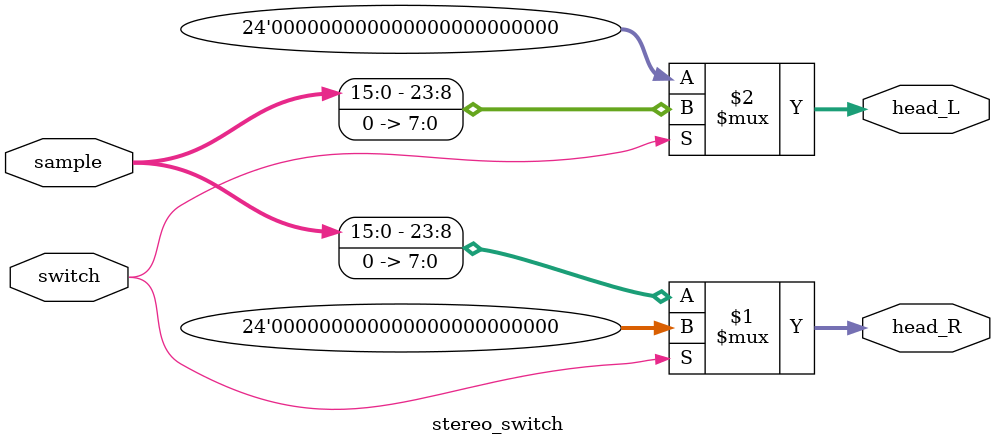
<source format=v>
module stereo_switch(
    input switch,
    input [15:0] sample,
    output [23:0] head_L,
    output [23:0] head_R
);


assign head_R = switch ? 24'd0: {sample, 8'h00};
assign head_L = switch ? {sample, 8'h00} : 24'd0; 



endmodule
</source>
